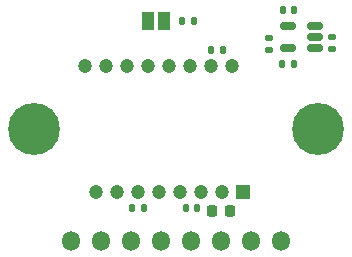
<source format=gbr>
%TF.GenerationSoftware,KiCad,Pcbnew,(7.0.0)*%
%TF.CreationDate,2023-03-21T01:36:38+00:00*%
%TF.ProjectId,Ogen,4f67656e-2e6b-4696-9361-645f70636258,rev?*%
%TF.SameCoordinates,Original*%
%TF.FileFunction,Soldermask,Bot*%
%TF.FilePolarity,Negative*%
%FSLAX46Y46*%
G04 Gerber Fmt 4.6, Leading zero omitted, Abs format (unit mm)*
G04 Created by KiCad (PCBNEW (7.0.0)) date 2023-03-21 01:36:38*
%MOMM*%
%LPD*%
G01*
G04 APERTURE LIST*
G04 Aperture macros list*
%AMRoundRect*
0 Rectangle with rounded corners*
0 $1 Rounding radius*
0 $2 $3 $4 $5 $6 $7 $8 $9 X,Y pos of 4 corners*
0 Add a 4 corners polygon primitive as box body*
4,1,4,$2,$3,$4,$5,$6,$7,$8,$9,$2,$3,0*
0 Add four circle primitives for the rounded corners*
1,1,$1+$1,$2,$3*
1,1,$1+$1,$4,$5*
1,1,$1+$1,$6,$7*
1,1,$1+$1,$8,$9*
0 Add four rect primitives between the rounded corners*
20,1,$1+$1,$2,$3,$4,$5,0*
20,1,$1+$1,$4,$5,$6,$7,0*
20,1,$1+$1,$6,$7,$8,$9,0*
20,1,$1+$1,$8,$9,$2,$3,0*%
G04 Aperture macros list end*
%ADD10O,1.500000X1.700000*%
%ADD11R,1.200000X1.200000*%
%ADD12C,1.200000*%
%ADD13C,4.400000*%
%ADD14R,1.000000X1.500000*%
%ADD15RoundRect,0.140000X-0.140000X-0.170000X0.140000X-0.170000X0.140000X0.170000X-0.140000X0.170000X0*%
%ADD16RoundRect,0.135000X-0.135000X-0.185000X0.135000X-0.185000X0.135000X0.185000X-0.135000X0.185000X0*%
%ADD17RoundRect,0.140000X0.170000X-0.140000X0.170000X0.140000X-0.170000X0.140000X-0.170000X-0.140000X0*%
%ADD18RoundRect,0.225000X-0.225000X-0.250000X0.225000X-0.250000X0.225000X0.250000X-0.225000X0.250000X0*%
%ADD19RoundRect,0.150000X0.512500X0.150000X-0.512500X0.150000X-0.512500X-0.150000X0.512500X-0.150000X0*%
%ADD20RoundRect,0.135000X-0.185000X0.135000X-0.185000X-0.135000X0.185000X-0.135000X0.185000X0.135000X0*%
G04 APERTURE END LIST*
D10*
%TO.C,J1*%
X35890000Y-33449999D03*
X33350000Y-33449999D03*
X30810000Y-33449999D03*
X28270000Y-33449999D03*
X25730000Y-33449999D03*
X23190000Y-33449999D03*
X20650000Y-33449999D03*
X18110000Y-33449999D03*
%TD*%
D11*
%TO.C,U1*%
X32659999Y-29349999D03*
D12*
X30880000Y-29350000D03*
X29100000Y-29350000D03*
X27320000Y-29350000D03*
X25540000Y-29350000D03*
X23760000Y-29350000D03*
X21980000Y-29350000D03*
X20200000Y-29350000D03*
X19310000Y-18650000D03*
X21090000Y-18650000D03*
X22870000Y-18650000D03*
X24650000Y-18650000D03*
X26430000Y-18650000D03*
X28210000Y-18650000D03*
X29990000Y-18650000D03*
X31770000Y-18650000D03*
%TD*%
D13*
%TO.C,H1*%
X39000001Y-24000001D03*
%TD*%
%TO.C,H2*%
X15000001Y-23999999D03*
%TD*%
D14*
%TO.C,JP1*%
X25949998Y-14850000D03*
X24649998Y-14850000D03*
%TD*%
D15*
%TO.C,C3*%
X27819999Y-30700000D03*
X28779999Y-30700000D03*
%TD*%
%TO.C,C4*%
X36020001Y-13899999D03*
X36980001Y-13899999D03*
%TD*%
D16*
%TO.C,R3*%
X27490000Y-14849998D03*
X28510000Y-14849998D03*
%TD*%
%TO.C,R2*%
X29990001Y-17300000D03*
X31010001Y-17300000D03*
%TD*%
%TO.C,R1*%
X23290003Y-30699999D03*
X24310003Y-30699999D03*
%TD*%
D17*
%TO.C,C1*%
X40200002Y-17179999D03*
X40200002Y-16219999D03*
%TD*%
D18*
%TO.C,C2*%
X30025002Y-30900000D03*
X31575002Y-30900000D03*
%TD*%
D19*
%TO.C,U2*%
X38737501Y-15250000D03*
X38737501Y-16200000D03*
X38737501Y-17150000D03*
X36462501Y-17150000D03*
X36462501Y-15250000D03*
%TD*%
D16*
%TO.C,R4*%
X35989997Y-18500001D03*
X37009997Y-18500001D03*
%TD*%
D20*
%TO.C,R5*%
X34900001Y-16239999D03*
X34900001Y-17259999D03*
%TD*%
M02*

</source>
